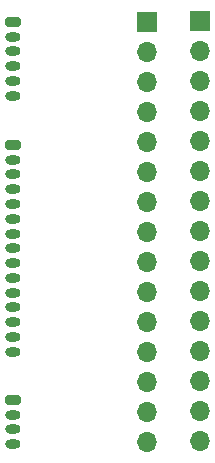
<source format=gbr>
%TF.GenerationSoftware,KiCad,Pcbnew,(6.0.10)*%
%TF.CreationDate,2023-02-08T01:16:55+09:00*%
%TF.ProjectId,rasp_gpio_input,72617370-5f67-4706-996f-5f696e707574,1*%
%TF.SameCoordinates,PX7baf2f0PY78dfd90*%
%TF.FileFunction,Soldermask,Bot*%
%TF.FilePolarity,Negative*%
%FSLAX46Y46*%
G04 Gerber Fmt 4.6, Leading zero omitted, Abs format (unit mm)*
G04 Created by KiCad (PCBNEW (6.0.10)) date 2023-02-08 01:16:55*
%MOMM*%
%LPD*%
G01*
G04 APERTURE LIST*
G04 Aperture macros list*
%AMRoundRect*
0 Rectangle with rounded corners*
0 $1 Rounding radius*
0 $2 $3 $4 $5 $6 $7 $8 $9 X,Y pos of 4 corners*
0 Add a 4 corners polygon primitive as box body*
4,1,4,$2,$3,$4,$5,$6,$7,$8,$9,$2,$3,0*
0 Add four circle primitives for the rounded corners*
1,1,$1+$1,$2,$3*
1,1,$1+$1,$4,$5*
1,1,$1+$1,$6,$7*
1,1,$1+$1,$8,$9*
0 Add four rect primitives between the rounded corners*
20,1,$1+$1,$2,$3,$4,$5,0*
20,1,$1+$1,$4,$5,$6,$7,0*
20,1,$1+$1,$6,$7,$8,$9,0*
20,1,$1+$1,$8,$9,$2,$3,0*%
G04 Aperture macros list end*
%ADD10R,1.700000X1.700000*%
%ADD11O,1.700000X1.700000*%
%ADD12RoundRect,0.200000X-0.450000X0.200000X-0.450000X-0.200000X0.450000X-0.200000X0.450000X0.200000X0*%
%ADD13O,1.300000X0.800000*%
G04 APERTURE END LIST*
D10*
%TO.C,J5*%
X19329400Y41148000D03*
D11*
X19329400Y38608000D03*
X19329400Y36068000D03*
X19329400Y33528000D03*
X19329400Y30988000D03*
X19329400Y28448000D03*
X19329400Y25908000D03*
X19329400Y23368000D03*
X19329400Y20828000D03*
X19329400Y18288000D03*
X19329400Y15748000D03*
X19329400Y13208000D03*
X19329400Y10668000D03*
X19329400Y8128000D03*
X19329400Y5588000D03*
%TD*%
D12*
%TO.C,J1*%
X3454400Y41097200D03*
D13*
X3454400Y39847200D03*
X3454400Y38597200D03*
X3454400Y37347200D03*
X3454400Y36097200D03*
X3454400Y34847200D03*
%TD*%
D12*
%TO.C,J3*%
X3454400Y30683200D03*
D13*
X3454400Y29433200D03*
X3454400Y28183200D03*
X3454400Y26933200D03*
X3454400Y25683200D03*
X3454400Y24433200D03*
X3454400Y23183200D03*
X3454400Y21933200D03*
X3454400Y20683200D03*
X3454400Y19433200D03*
X3454400Y18183200D03*
X3454400Y16933200D03*
X3454400Y15683200D03*
X3454400Y14433200D03*
X3454400Y13183200D03*
%TD*%
D10*
%TO.C,J4*%
X14833600Y41097200D03*
D11*
X14833600Y38557200D03*
X14833600Y36017200D03*
X14833600Y33477200D03*
X14833600Y30937200D03*
X14833600Y28397200D03*
X14833600Y25857200D03*
X14833600Y23317200D03*
X14833600Y20777200D03*
X14833600Y18237200D03*
X14833600Y15697200D03*
X14833600Y13157200D03*
X14833600Y10617200D03*
X14833600Y8077200D03*
X14833600Y5537200D03*
%TD*%
D12*
%TO.C,J2*%
X3454400Y9093200D03*
D13*
X3454400Y7843200D03*
X3454400Y6593200D03*
X3454400Y5343200D03*
%TD*%
M02*

</source>
